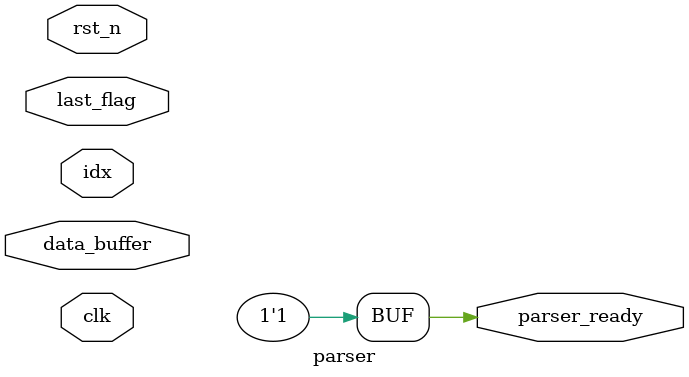
<source format=sv>
module parser #(
    parameter DATA_WIDTH = 64
)(
    input  logic                    clk,
    input  logic                    rst_n,
    input  logic [$clog2(DATA_WIDTH/8+1)-1:0] idx,
    input  logic [DATA_WIDTH-1:0]   data_buffer,
    input  logic                    last_flag,
    output logic                    parser_ready
    //output logic [31:0]             parsed_data,
    //output logic                    data_valid
);

// Placeholder
assign parser_ready = 1'b1;

endmodule
</source>
